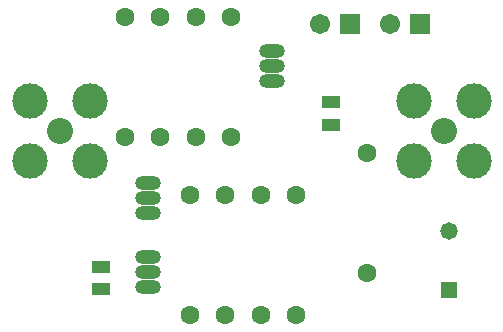
<source format=gts>
G04*
G04 #@! TF.GenerationSoftware,Altium Limited,Altium Designer,23.1.1 (15)*
G04*
G04 Layer_Color=8388736*
%FSLAX44Y44*%
%MOMM*%
G71*
G04*
G04 #@! TF.SameCoordinates,0DFFAB6A-596F-4881-A06D-93F658BA65A8*
G04*
G04*
G04 #@! TF.FilePolarity,Negative*
G04*
G01*
G75*
%ADD14R,1.5032X1.1032*%
%ADD15C,2.2032*%
%ADD16C,3.0032*%
%ADD17C,1.6032*%
%ADD18R,1.4782X1.4782*%
%ADD19C,1.4782*%
%ADD20O,2.2032X1.2032*%
%ADD21O,2.2032X1.2032*%
%ADD22R,1.7032X1.7032*%
%ADD23C,1.7032*%
D14*
X295000Y194000D02*
D03*
Y175000D02*
D03*
X100000Y35500D02*
D03*
Y54500D02*
D03*
D15*
X65000Y170000D02*
D03*
X390000D02*
D03*
D16*
X90400Y144600D02*
D03*
Y195400D02*
D03*
X39600D02*
D03*
Y144600D02*
D03*
X364600Y195400D02*
D03*
Y144600D02*
D03*
X415400D02*
D03*
Y195400D02*
D03*
D17*
X120000Y265800D02*
D03*
Y164200D02*
D03*
X150000D02*
D03*
Y265800D02*
D03*
X180000Y164200D02*
D03*
Y265800D02*
D03*
X210000Y164200D02*
D03*
Y265800D02*
D03*
X175000Y14200D02*
D03*
Y115800D02*
D03*
X235000Y14200D02*
D03*
Y115800D02*
D03*
X265000Y14200D02*
D03*
Y115800D02*
D03*
X325000Y150800D02*
D03*
Y49200D02*
D03*
X205000Y14200D02*
D03*
Y115800D02*
D03*
D18*
X395000Y35000D02*
D03*
D19*
Y85000D02*
D03*
D20*
X140000Y62700D02*
D03*
Y37300D02*
D03*
Y125400D02*
D03*
Y100000D02*
D03*
X245000Y212300D02*
D03*
Y237700D02*
D03*
D21*
X140000Y50000D02*
D03*
Y112700D02*
D03*
X245000Y225000D02*
D03*
D22*
X310400Y260000D02*
D03*
X370400D02*
D03*
D23*
X285000D02*
D03*
X345000D02*
D03*
M02*

</source>
